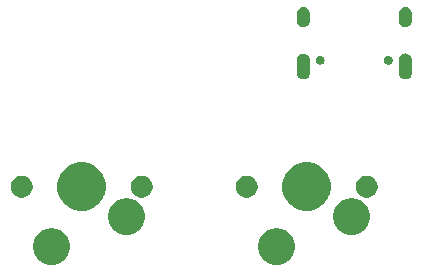
<source format=gts>
G04 #@! TF.GenerationSoftware,KiCad,Pcbnew,(5.1.5)-3*
G04 #@! TF.CreationDate,2020-04-15T21:27:14-04:00*
G04 #@! TF.ProjectId,binarykb,62696e61-7279-46b6-922e-6b696361645f,rev?*
G04 #@! TF.SameCoordinates,Original*
G04 #@! TF.FileFunction,Soldermask,Top*
G04 #@! TF.FilePolarity,Negative*
%FSLAX46Y46*%
G04 Gerber Fmt 4.6, Leading zero omitted, Abs format (unit mm)*
G04 Created by KiCad (PCBNEW (5.1.5)-3) date 2020-04-15 21:27:14*
%MOMM*%
%LPD*%
G04 APERTURE LIST*
%ADD10C,0.100000*%
G04 APERTURE END LIST*
D10*
G36*
X49324585Y-136146802D02*
G01*
X49474410Y-136176604D01*
X49756674Y-136293521D01*
X50010705Y-136463259D01*
X50226741Y-136679295D01*
X50396479Y-136933326D01*
X50513396Y-137215590D01*
X50573000Y-137515240D01*
X50573000Y-137820760D01*
X50513396Y-138120410D01*
X50396479Y-138402674D01*
X50226741Y-138656705D01*
X50010705Y-138872741D01*
X49756674Y-139042479D01*
X49474410Y-139159396D01*
X49324585Y-139189198D01*
X49174761Y-139219000D01*
X48869239Y-139219000D01*
X48719415Y-139189198D01*
X48569590Y-139159396D01*
X48287326Y-139042479D01*
X48033295Y-138872741D01*
X47817259Y-138656705D01*
X47647521Y-138402674D01*
X47530604Y-138120410D01*
X47471000Y-137820760D01*
X47471000Y-137515240D01*
X47530604Y-137215590D01*
X47647521Y-136933326D01*
X47817259Y-136679295D01*
X48033295Y-136463259D01*
X48287326Y-136293521D01*
X48569590Y-136176604D01*
X48719415Y-136146802D01*
X48869239Y-136117000D01*
X49174761Y-136117000D01*
X49324585Y-136146802D01*
G37*
G36*
X68374585Y-136146802D02*
G01*
X68524410Y-136176604D01*
X68806674Y-136293521D01*
X69060705Y-136463259D01*
X69276741Y-136679295D01*
X69446479Y-136933326D01*
X69563396Y-137215590D01*
X69623000Y-137515240D01*
X69623000Y-137820760D01*
X69563396Y-138120410D01*
X69446479Y-138402674D01*
X69276741Y-138656705D01*
X69060705Y-138872741D01*
X68806674Y-139042479D01*
X68524410Y-139159396D01*
X68374585Y-139189198D01*
X68224761Y-139219000D01*
X67919239Y-139219000D01*
X67769415Y-139189198D01*
X67619590Y-139159396D01*
X67337326Y-139042479D01*
X67083295Y-138872741D01*
X66867259Y-138656705D01*
X66697521Y-138402674D01*
X66580604Y-138120410D01*
X66521000Y-137820760D01*
X66521000Y-137515240D01*
X66580604Y-137215590D01*
X66697521Y-136933326D01*
X66867259Y-136679295D01*
X67083295Y-136463259D01*
X67337326Y-136293521D01*
X67619590Y-136176604D01*
X67769415Y-136146802D01*
X67919239Y-136117000D01*
X68224761Y-136117000D01*
X68374585Y-136146802D01*
G37*
G36*
X74724585Y-133606802D02*
G01*
X74874410Y-133636604D01*
X75156674Y-133753521D01*
X75410705Y-133923259D01*
X75626741Y-134139295D01*
X75796479Y-134393326D01*
X75913396Y-134675590D01*
X75973000Y-134975240D01*
X75973000Y-135280760D01*
X75913396Y-135580410D01*
X75796479Y-135862674D01*
X75626741Y-136116705D01*
X75410705Y-136332741D01*
X75156674Y-136502479D01*
X74874410Y-136619396D01*
X74724585Y-136649198D01*
X74574761Y-136679000D01*
X74269239Y-136679000D01*
X74119415Y-136649198D01*
X73969590Y-136619396D01*
X73687326Y-136502479D01*
X73433295Y-136332741D01*
X73217259Y-136116705D01*
X73047521Y-135862674D01*
X72930604Y-135580410D01*
X72871000Y-135280760D01*
X72871000Y-134975240D01*
X72930604Y-134675590D01*
X73047521Y-134393326D01*
X73217259Y-134139295D01*
X73433295Y-133923259D01*
X73687326Y-133753521D01*
X73969590Y-133636604D01*
X74119415Y-133606802D01*
X74269239Y-133577000D01*
X74574761Y-133577000D01*
X74724585Y-133606802D01*
G37*
G36*
X55674585Y-133606802D02*
G01*
X55824410Y-133636604D01*
X56106674Y-133753521D01*
X56360705Y-133923259D01*
X56576741Y-134139295D01*
X56746479Y-134393326D01*
X56863396Y-134675590D01*
X56923000Y-134975240D01*
X56923000Y-135280760D01*
X56863396Y-135580410D01*
X56746479Y-135862674D01*
X56576741Y-136116705D01*
X56360705Y-136332741D01*
X56106674Y-136502479D01*
X55824410Y-136619396D01*
X55674585Y-136649198D01*
X55524761Y-136679000D01*
X55219239Y-136679000D01*
X55069415Y-136649198D01*
X54919590Y-136619396D01*
X54637326Y-136502479D01*
X54383295Y-136332741D01*
X54167259Y-136116705D01*
X53997521Y-135862674D01*
X53880604Y-135580410D01*
X53821000Y-135280760D01*
X53821000Y-134975240D01*
X53880604Y-134675590D01*
X53997521Y-134393326D01*
X54167259Y-134139295D01*
X54383295Y-133923259D01*
X54637326Y-133753521D01*
X54919590Y-133636604D01*
X55069415Y-133606802D01*
X55219239Y-133577000D01*
X55524761Y-133577000D01*
X55674585Y-133606802D01*
G37*
G36*
X71208474Y-130621684D02*
G01*
X71426474Y-130711983D01*
X71580623Y-130775833D01*
X71915548Y-130999623D01*
X72200377Y-131284452D01*
X72424167Y-131619377D01*
X72456562Y-131697586D01*
X72578316Y-131991526D01*
X72656900Y-132386594D01*
X72656900Y-132789406D01*
X72578316Y-133184474D01*
X72527451Y-133307272D01*
X72424167Y-133556623D01*
X72200377Y-133891548D01*
X71915548Y-134176377D01*
X71580623Y-134400167D01*
X71426474Y-134464017D01*
X71208474Y-134554316D01*
X70813406Y-134632900D01*
X70410594Y-134632900D01*
X70015526Y-134554316D01*
X69797526Y-134464017D01*
X69643377Y-134400167D01*
X69308452Y-134176377D01*
X69023623Y-133891548D01*
X68799833Y-133556623D01*
X68696549Y-133307272D01*
X68645684Y-133184474D01*
X68567100Y-132789406D01*
X68567100Y-132386594D01*
X68645684Y-131991526D01*
X68767438Y-131697586D01*
X68799833Y-131619377D01*
X69023623Y-131284452D01*
X69308452Y-130999623D01*
X69643377Y-130775833D01*
X69797526Y-130711983D01*
X70015526Y-130621684D01*
X70410594Y-130543100D01*
X70813406Y-130543100D01*
X71208474Y-130621684D01*
G37*
G36*
X52158474Y-130621684D02*
G01*
X52376474Y-130711983D01*
X52530623Y-130775833D01*
X52865548Y-130999623D01*
X53150377Y-131284452D01*
X53374167Y-131619377D01*
X53406562Y-131697586D01*
X53528316Y-131991526D01*
X53606900Y-132386594D01*
X53606900Y-132789406D01*
X53528316Y-133184474D01*
X53477451Y-133307272D01*
X53374167Y-133556623D01*
X53150377Y-133891548D01*
X52865548Y-134176377D01*
X52530623Y-134400167D01*
X52376474Y-134464017D01*
X52158474Y-134554316D01*
X51763406Y-134632900D01*
X51360594Y-134632900D01*
X50965526Y-134554316D01*
X50747526Y-134464017D01*
X50593377Y-134400167D01*
X50258452Y-134176377D01*
X49973623Y-133891548D01*
X49749833Y-133556623D01*
X49646549Y-133307272D01*
X49595684Y-133184474D01*
X49517100Y-132789406D01*
X49517100Y-132386594D01*
X49595684Y-131991526D01*
X49717438Y-131697586D01*
X49749833Y-131619377D01*
X49973623Y-131284452D01*
X50258452Y-130999623D01*
X50593377Y-130775833D01*
X50747526Y-130711983D01*
X50965526Y-130621684D01*
X51360594Y-130543100D01*
X51763406Y-130543100D01*
X52158474Y-130621684D01*
G37*
G36*
X46752104Y-131697585D02*
G01*
X46920626Y-131767389D01*
X47072291Y-131868728D01*
X47201272Y-131997709D01*
X47302611Y-132149374D01*
X47372415Y-132317896D01*
X47408000Y-132496797D01*
X47408000Y-132679203D01*
X47372415Y-132858104D01*
X47302611Y-133026626D01*
X47201272Y-133178291D01*
X47072291Y-133307272D01*
X46920626Y-133408611D01*
X46752104Y-133478415D01*
X46573203Y-133514000D01*
X46390797Y-133514000D01*
X46211896Y-133478415D01*
X46043374Y-133408611D01*
X45891709Y-133307272D01*
X45762728Y-133178291D01*
X45661389Y-133026626D01*
X45591585Y-132858104D01*
X45556000Y-132679203D01*
X45556000Y-132496797D01*
X45591585Y-132317896D01*
X45661389Y-132149374D01*
X45762728Y-131997709D01*
X45891709Y-131868728D01*
X46043374Y-131767389D01*
X46211896Y-131697585D01*
X46390797Y-131662000D01*
X46573203Y-131662000D01*
X46752104Y-131697585D01*
G37*
G36*
X75962104Y-131697585D02*
G01*
X76130626Y-131767389D01*
X76282291Y-131868728D01*
X76411272Y-131997709D01*
X76512611Y-132149374D01*
X76582415Y-132317896D01*
X76618000Y-132496797D01*
X76618000Y-132679203D01*
X76582415Y-132858104D01*
X76512611Y-133026626D01*
X76411272Y-133178291D01*
X76282291Y-133307272D01*
X76130626Y-133408611D01*
X75962104Y-133478415D01*
X75783203Y-133514000D01*
X75600797Y-133514000D01*
X75421896Y-133478415D01*
X75253374Y-133408611D01*
X75101709Y-133307272D01*
X74972728Y-133178291D01*
X74871389Y-133026626D01*
X74801585Y-132858104D01*
X74766000Y-132679203D01*
X74766000Y-132496797D01*
X74801585Y-132317896D01*
X74871389Y-132149374D01*
X74972728Y-131997709D01*
X75101709Y-131868728D01*
X75253374Y-131767389D01*
X75421896Y-131697585D01*
X75600797Y-131662000D01*
X75783203Y-131662000D01*
X75962104Y-131697585D01*
G37*
G36*
X65802104Y-131697585D02*
G01*
X65970626Y-131767389D01*
X66122291Y-131868728D01*
X66251272Y-131997709D01*
X66352611Y-132149374D01*
X66422415Y-132317896D01*
X66458000Y-132496797D01*
X66458000Y-132679203D01*
X66422415Y-132858104D01*
X66352611Y-133026626D01*
X66251272Y-133178291D01*
X66122291Y-133307272D01*
X65970626Y-133408611D01*
X65802104Y-133478415D01*
X65623203Y-133514000D01*
X65440797Y-133514000D01*
X65261896Y-133478415D01*
X65093374Y-133408611D01*
X64941709Y-133307272D01*
X64812728Y-133178291D01*
X64711389Y-133026626D01*
X64641585Y-132858104D01*
X64606000Y-132679203D01*
X64606000Y-132496797D01*
X64641585Y-132317896D01*
X64711389Y-132149374D01*
X64812728Y-131997709D01*
X64941709Y-131868728D01*
X65093374Y-131767389D01*
X65261896Y-131697585D01*
X65440797Y-131662000D01*
X65623203Y-131662000D01*
X65802104Y-131697585D01*
G37*
G36*
X56912104Y-131697585D02*
G01*
X57080626Y-131767389D01*
X57232291Y-131868728D01*
X57361272Y-131997709D01*
X57462611Y-132149374D01*
X57532415Y-132317896D01*
X57568000Y-132496797D01*
X57568000Y-132679203D01*
X57532415Y-132858104D01*
X57462611Y-133026626D01*
X57361272Y-133178291D01*
X57232291Y-133307272D01*
X57080626Y-133408611D01*
X56912104Y-133478415D01*
X56733203Y-133514000D01*
X56550797Y-133514000D01*
X56371896Y-133478415D01*
X56203374Y-133408611D01*
X56051709Y-133307272D01*
X55922728Y-133178291D01*
X55821389Y-133026626D01*
X55751585Y-132858104D01*
X55716000Y-132679203D01*
X55716000Y-132496797D01*
X55751585Y-132317896D01*
X55821389Y-132149374D01*
X55922728Y-131997709D01*
X56051709Y-131868728D01*
X56203374Y-131767389D01*
X56371896Y-131697585D01*
X56550797Y-131662000D01*
X56733203Y-131662000D01*
X56912104Y-131697585D01*
G37*
G36*
X70432264Y-121320473D02*
G01*
X70536128Y-121351979D01*
X70580157Y-121375513D01*
X70631849Y-121403143D01*
X70631851Y-121403144D01*
X70631850Y-121403144D01*
X70715751Y-121471999D01*
X70784606Y-121555900D01*
X70835771Y-121651621D01*
X70867277Y-121755485D01*
X70875250Y-121836433D01*
X70875250Y-122990567D01*
X70867277Y-123071515D01*
X70835771Y-123175379D01*
X70835769Y-123175382D01*
X70784607Y-123271100D01*
X70715751Y-123355001D01*
X70631850Y-123423857D01*
X70563305Y-123460495D01*
X70536129Y-123475021D01*
X70432265Y-123506527D01*
X70324250Y-123517166D01*
X70216236Y-123506527D01*
X70112372Y-123475021D01*
X70085196Y-123460495D01*
X70016651Y-123423857D01*
X69932750Y-123355001D01*
X69863894Y-123271100D01*
X69812732Y-123175382D01*
X69812730Y-123175379D01*
X69781224Y-123071515D01*
X69773251Y-122990567D01*
X69773250Y-121836434D01*
X69781223Y-121755486D01*
X69812729Y-121651622D01*
X69863894Y-121555900D01*
X69932749Y-121471999D01*
X70016650Y-121403144D01*
X70016649Y-121403144D01*
X70016651Y-121403143D01*
X70068343Y-121375513D01*
X70112371Y-121351979D01*
X70216235Y-121320473D01*
X70324250Y-121309834D01*
X70432264Y-121320473D01*
G37*
G36*
X79072264Y-121320473D02*
G01*
X79176128Y-121351979D01*
X79220157Y-121375513D01*
X79271849Y-121403143D01*
X79271851Y-121403144D01*
X79271850Y-121403144D01*
X79355751Y-121471999D01*
X79424606Y-121555900D01*
X79475771Y-121651621D01*
X79507277Y-121755485D01*
X79515250Y-121836433D01*
X79515250Y-122990567D01*
X79507277Y-123071515D01*
X79475771Y-123175379D01*
X79475769Y-123175382D01*
X79424607Y-123271100D01*
X79355751Y-123355001D01*
X79271850Y-123423857D01*
X79203305Y-123460495D01*
X79176129Y-123475021D01*
X79072265Y-123506527D01*
X78964250Y-123517166D01*
X78856236Y-123506527D01*
X78752372Y-123475021D01*
X78725196Y-123460495D01*
X78656651Y-123423857D01*
X78572750Y-123355001D01*
X78503894Y-123271100D01*
X78452732Y-123175382D01*
X78452730Y-123175379D01*
X78421224Y-123071515D01*
X78413251Y-122990567D01*
X78413250Y-121836434D01*
X78421223Y-121755486D01*
X78452729Y-121651622D01*
X78503894Y-121555900D01*
X78572749Y-121471999D01*
X78656650Y-121403144D01*
X78656649Y-121403144D01*
X78656651Y-121403143D01*
X78708343Y-121375513D01*
X78752371Y-121351979D01*
X78856235Y-121320473D01*
X78964250Y-121309834D01*
X79072264Y-121320473D01*
G37*
G36*
X71863922Y-121521949D02*
G01*
X71863924Y-121521950D01*
X71863925Y-121521950D01*
X71932353Y-121550293D01*
X71993936Y-121591442D01*
X72046308Y-121643814D01*
X72087457Y-121705397D01*
X72115800Y-121773825D01*
X72115801Y-121773828D01*
X72130250Y-121846466D01*
X72130250Y-121920533D01*
X72115800Y-121993175D01*
X72087457Y-122061603D01*
X72046308Y-122123186D01*
X71993936Y-122175558D01*
X71932353Y-122216707D01*
X71863925Y-122245050D01*
X71863924Y-122245050D01*
X71863922Y-122245051D01*
X71791284Y-122259500D01*
X71717216Y-122259500D01*
X71644578Y-122245051D01*
X71644576Y-122245050D01*
X71644575Y-122245050D01*
X71576147Y-122216707D01*
X71514564Y-122175558D01*
X71462192Y-122123186D01*
X71421043Y-122061603D01*
X71392700Y-121993175D01*
X71378250Y-121920533D01*
X71378250Y-121846466D01*
X71392699Y-121773828D01*
X71392700Y-121773825D01*
X71421043Y-121705397D01*
X71462192Y-121643814D01*
X71514564Y-121591442D01*
X71576147Y-121550293D01*
X71644575Y-121521950D01*
X71644576Y-121521950D01*
X71644578Y-121521949D01*
X71717216Y-121507500D01*
X71791284Y-121507500D01*
X71863922Y-121521949D01*
G37*
G36*
X77643922Y-121521949D02*
G01*
X77643924Y-121521950D01*
X77643925Y-121521950D01*
X77712353Y-121550293D01*
X77773936Y-121591442D01*
X77826308Y-121643814D01*
X77867457Y-121705397D01*
X77895800Y-121773825D01*
X77895801Y-121773828D01*
X77910250Y-121846466D01*
X77910250Y-121920533D01*
X77895800Y-121993175D01*
X77867457Y-122061603D01*
X77826308Y-122123186D01*
X77773936Y-122175558D01*
X77712353Y-122216707D01*
X77643925Y-122245050D01*
X77643924Y-122245050D01*
X77643922Y-122245051D01*
X77571284Y-122259500D01*
X77497216Y-122259500D01*
X77424578Y-122245051D01*
X77424576Y-122245050D01*
X77424575Y-122245050D01*
X77356147Y-122216707D01*
X77294564Y-122175558D01*
X77242192Y-122123186D01*
X77201043Y-122061603D01*
X77172700Y-121993175D01*
X77158250Y-121920533D01*
X77158250Y-121846466D01*
X77172699Y-121773828D01*
X77172700Y-121773825D01*
X77201043Y-121705397D01*
X77242192Y-121643814D01*
X77294564Y-121591442D01*
X77356147Y-121550293D01*
X77424575Y-121521950D01*
X77424576Y-121521950D01*
X77424578Y-121521949D01*
X77497216Y-121507500D01*
X77571284Y-121507500D01*
X77643922Y-121521949D01*
G37*
G36*
X70432264Y-117390473D02*
G01*
X70536128Y-117421979D01*
X70580157Y-117445513D01*
X70631849Y-117473143D01*
X70631851Y-117473144D01*
X70631850Y-117473144D01*
X70715751Y-117541999D01*
X70784606Y-117625900D01*
X70835771Y-117721621D01*
X70867277Y-117825485D01*
X70875250Y-117906433D01*
X70875250Y-118560567D01*
X70867277Y-118641515D01*
X70835771Y-118745379D01*
X70835769Y-118745382D01*
X70784607Y-118841100D01*
X70715751Y-118925001D01*
X70631850Y-118993857D01*
X70563305Y-119030495D01*
X70536129Y-119045021D01*
X70432265Y-119076527D01*
X70324250Y-119087166D01*
X70216236Y-119076527D01*
X70112372Y-119045021D01*
X70085196Y-119030495D01*
X70016651Y-118993857D01*
X69932750Y-118925001D01*
X69863895Y-118841101D01*
X69812730Y-118745379D01*
X69781223Y-118641515D01*
X69773250Y-118560567D01*
X69773250Y-117906434D01*
X69781223Y-117825486D01*
X69812729Y-117721622D01*
X69863894Y-117625900D01*
X69932749Y-117541999D01*
X70016650Y-117473144D01*
X70016649Y-117473144D01*
X70016651Y-117473143D01*
X70068343Y-117445513D01*
X70112371Y-117421979D01*
X70216235Y-117390473D01*
X70324250Y-117379834D01*
X70432264Y-117390473D01*
G37*
G36*
X79072264Y-117390473D02*
G01*
X79176128Y-117421979D01*
X79220157Y-117445513D01*
X79271849Y-117473143D01*
X79271851Y-117473144D01*
X79271850Y-117473144D01*
X79355751Y-117541999D01*
X79424606Y-117625900D01*
X79475771Y-117721621D01*
X79507277Y-117825485D01*
X79515250Y-117906433D01*
X79515250Y-118560567D01*
X79507277Y-118641515D01*
X79475771Y-118745379D01*
X79475769Y-118745382D01*
X79424607Y-118841100D01*
X79355751Y-118925001D01*
X79271850Y-118993857D01*
X79203305Y-119030495D01*
X79176129Y-119045021D01*
X79072265Y-119076527D01*
X78964250Y-119087166D01*
X78856236Y-119076527D01*
X78752372Y-119045021D01*
X78725196Y-119030495D01*
X78656651Y-118993857D01*
X78572750Y-118925001D01*
X78503895Y-118841101D01*
X78452730Y-118745379D01*
X78421223Y-118641515D01*
X78413250Y-118560567D01*
X78413250Y-117906434D01*
X78421223Y-117825486D01*
X78452729Y-117721622D01*
X78503894Y-117625900D01*
X78572749Y-117541999D01*
X78656650Y-117473144D01*
X78656649Y-117473144D01*
X78656651Y-117473143D01*
X78708343Y-117445513D01*
X78752371Y-117421979D01*
X78856235Y-117390473D01*
X78964250Y-117379834D01*
X79072264Y-117390473D01*
G37*
M02*

</source>
